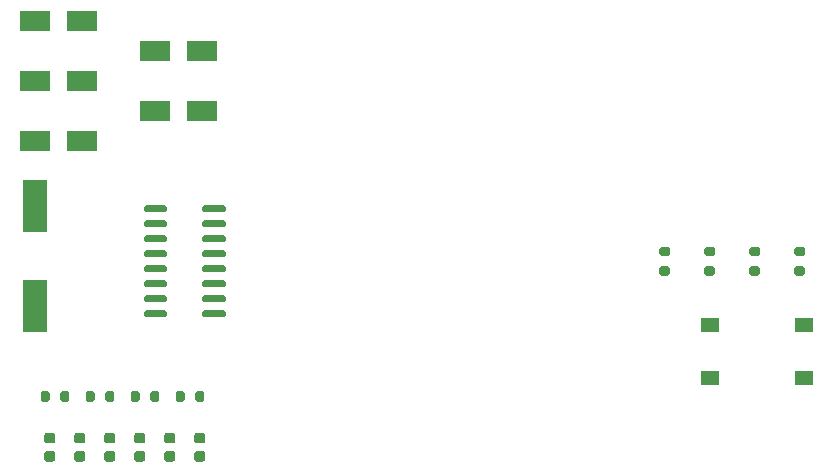
<source format=gbr>
%TF.GenerationSoftware,KiCad,Pcbnew,(5.1.7)-1*%
%TF.CreationDate,2021-06-25T20:26:21+01:00*%
%TF.ProjectId,flowcontrol-v0.1,666c6f77-636f-46e7-9472-6f6c2d76302e,rev?*%
%TF.SameCoordinates,Original*%
%TF.FileFunction,Paste,Top*%
%TF.FilePolarity,Positive*%
%FSLAX46Y46*%
G04 Gerber Fmt 4.6, Leading zero omitted, Abs format (unit mm)*
G04 Created by KiCad (PCBNEW (5.1.7)-1) date 2021-06-25 20:26:21*
%MOMM*%
%LPD*%
G01*
G04 APERTURE LIST*
%ADD10R,2.500000X1.800000*%
%ADD11R,2.000000X4.500000*%
%ADD12R,1.550000X1.300000*%
G04 APERTURE END LIST*
%TO.C,C1*%
G36*
G01*
X104390000Y-114750000D02*
X103890000Y-114750000D01*
G75*
G02*
X103665000Y-114525000I0J225000D01*
G01*
X103665000Y-114075000D01*
G75*
G02*
X103890000Y-113850000I225000J0D01*
G01*
X104390000Y-113850000D01*
G75*
G02*
X104615000Y-114075000I0J-225000D01*
G01*
X104615000Y-114525000D01*
G75*
G02*
X104390000Y-114750000I-225000J0D01*
G01*
G37*
G36*
G01*
X104390000Y-113200000D02*
X103890000Y-113200000D01*
G75*
G02*
X103665000Y-112975000I0J225000D01*
G01*
X103665000Y-112525000D01*
G75*
G02*
X103890000Y-112300000I225000J0D01*
G01*
X104390000Y-112300000D01*
G75*
G02*
X104615000Y-112525000I0J-225000D01*
G01*
X104615000Y-112975000D01*
G75*
G02*
X104390000Y-113200000I-225000J0D01*
G01*
G37*
%TD*%
%TO.C,C2*%
G36*
G01*
X106930000Y-113200000D02*
X106430000Y-113200000D01*
G75*
G02*
X106205000Y-112975000I0J225000D01*
G01*
X106205000Y-112525000D01*
G75*
G02*
X106430000Y-112300000I225000J0D01*
G01*
X106930000Y-112300000D01*
G75*
G02*
X107155000Y-112525000I0J-225000D01*
G01*
X107155000Y-112975000D01*
G75*
G02*
X106930000Y-113200000I-225000J0D01*
G01*
G37*
G36*
G01*
X106930000Y-114750000D02*
X106430000Y-114750000D01*
G75*
G02*
X106205000Y-114525000I0J225000D01*
G01*
X106205000Y-114075000D01*
G75*
G02*
X106430000Y-113850000I225000J0D01*
G01*
X106930000Y-113850000D01*
G75*
G02*
X107155000Y-114075000I0J-225000D01*
G01*
X107155000Y-114525000D01*
G75*
G02*
X106930000Y-114750000I-225000J0D01*
G01*
G37*
%TD*%
%TO.C,C3*%
G36*
G01*
X109470000Y-114750000D02*
X108970000Y-114750000D01*
G75*
G02*
X108745000Y-114525000I0J225000D01*
G01*
X108745000Y-114075000D01*
G75*
G02*
X108970000Y-113850000I225000J0D01*
G01*
X109470000Y-113850000D01*
G75*
G02*
X109695000Y-114075000I0J-225000D01*
G01*
X109695000Y-114525000D01*
G75*
G02*
X109470000Y-114750000I-225000J0D01*
G01*
G37*
G36*
G01*
X109470000Y-113200000D02*
X108970000Y-113200000D01*
G75*
G02*
X108745000Y-112975000I0J225000D01*
G01*
X108745000Y-112525000D01*
G75*
G02*
X108970000Y-112300000I225000J0D01*
G01*
X109470000Y-112300000D01*
G75*
G02*
X109695000Y-112525000I0J-225000D01*
G01*
X109695000Y-112975000D01*
G75*
G02*
X109470000Y-113200000I-225000J0D01*
G01*
G37*
%TD*%
%TO.C,C4*%
G36*
G01*
X112010000Y-114750000D02*
X111510000Y-114750000D01*
G75*
G02*
X111285000Y-114525000I0J225000D01*
G01*
X111285000Y-114075000D01*
G75*
G02*
X111510000Y-113850000I225000J0D01*
G01*
X112010000Y-113850000D01*
G75*
G02*
X112235000Y-114075000I0J-225000D01*
G01*
X112235000Y-114525000D01*
G75*
G02*
X112010000Y-114750000I-225000J0D01*
G01*
G37*
G36*
G01*
X112010000Y-113200000D02*
X111510000Y-113200000D01*
G75*
G02*
X111285000Y-112975000I0J225000D01*
G01*
X111285000Y-112525000D01*
G75*
G02*
X111510000Y-112300000I225000J0D01*
G01*
X112010000Y-112300000D01*
G75*
G02*
X112235000Y-112525000I0J-225000D01*
G01*
X112235000Y-112975000D01*
G75*
G02*
X112010000Y-113200000I-225000J0D01*
G01*
G37*
%TD*%
%TO.C,C5*%
G36*
G01*
X114550000Y-113200000D02*
X114050000Y-113200000D01*
G75*
G02*
X113825000Y-112975000I0J225000D01*
G01*
X113825000Y-112525000D01*
G75*
G02*
X114050000Y-112300000I225000J0D01*
G01*
X114550000Y-112300000D01*
G75*
G02*
X114775000Y-112525000I0J-225000D01*
G01*
X114775000Y-112975000D01*
G75*
G02*
X114550000Y-113200000I-225000J0D01*
G01*
G37*
G36*
G01*
X114550000Y-114750000D02*
X114050000Y-114750000D01*
G75*
G02*
X113825000Y-114525000I0J225000D01*
G01*
X113825000Y-114075000D01*
G75*
G02*
X114050000Y-113850000I225000J0D01*
G01*
X114550000Y-113850000D01*
G75*
G02*
X114775000Y-114075000I0J-225000D01*
G01*
X114775000Y-114525000D01*
G75*
G02*
X114550000Y-114750000I-225000J0D01*
G01*
G37*
%TD*%
%TO.C,C6*%
G36*
G01*
X117090000Y-114750000D02*
X116590000Y-114750000D01*
G75*
G02*
X116365000Y-114525000I0J225000D01*
G01*
X116365000Y-114075000D01*
G75*
G02*
X116590000Y-113850000I225000J0D01*
G01*
X117090000Y-113850000D01*
G75*
G02*
X117315000Y-114075000I0J-225000D01*
G01*
X117315000Y-114525000D01*
G75*
G02*
X117090000Y-114750000I-225000J0D01*
G01*
G37*
G36*
G01*
X117090000Y-113200000D02*
X116590000Y-113200000D01*
G75*
G02*
X116365000Y-112975000I0J225000D01*
G01*
X116365000Y-112525000D01*
G75*
G02*
X116590000Y-112300000I225000J0D01*
G01*
X117090000Y-112300000D01*
G75*
G02*
X117315000Y-112525000I0J-225000D01*
G01*
X117315000Y-112975000D01*
G75*
G02*
X117090000Y-113200000I-225000J0D01*
G01*
G37*
%TD*%
D10*
%TO.C,D1*%
X102870000Y-77470000D03*
X106870000Y-77470000D03*
%TD*%
%TO.C,D2*%
X106870000Y-82550000D03*
X102870000Y-82550000D03*
%TD*%
%TO.C,D3*%
X102870000Y-87630000D03*
X106870000Y-87630000D03*
%TD*%
%TO.C,D4*%
X117030000Y-80010000D03*
X113030000Y-80010000D03*
%TD*%
%TO.C,D5*%
X113030000Y-85090000D03*
X117030000Y-85090000D03*
%TD*%
%TO.C,R1*%
G36*
G01*
X155935000Y-96565000D02*
X156485000Y-96565000D01*
G75*
G02*
X156685000Y-96765000I0J-200000D01*
G01*
X156685000Y-97165000D01*
G75*
G02*
X156485000Y-97365000I-200000J0D01*
G01*
X155935000Y-97365000D01*
G75*
G02*
X155735000Y-97165000I0J200000D01*
G01*
X155735000Y-96765000D01*
G75*
G02*
X155935000Y-96565000I200000J0D01*
G01*
G37*
G36*
G01*
X155935000Y-98215000D02*
X156485000Y-98215000D01*
G75*
G02*
X156685000Y-98415000I0J-200000D01*
G01*
X156685000Y-98815000D01*
G75*
G02*
X156485000Y-99015000I-200000J0D01*
G01*
X155935000Y-99015000D01*
G75*
G02*
X155735000Y-98815000I0J200000D01*
G01*
X155735000Y-98415000D01*
G75*
G02*
X155935000Y-98215000I200000J0D01*
G01*
G37*
%TD*%
%TO.C,R2*%
G36*
G01*
X159745000Y-98215000D02*
X160295000Y-98215000D01*
G75*
G02*
X160495000Y-98415000I0J-200000D01*
G01*
X160495000Y-98815000D01*
G75*
G02*
X160295000Y-99015000I-200000J0D01*
G01*
X159745000Y-99015000D01*
G75*
G02*
X159545000Y-98815000I0J200000D01*
G01*
X159545000Y-98415000D01*
G75*
G02*
X159745000Y-98215000I200000J0D01*
G01*
G37*
G36*
G01*
X159745000Y-96565000D02*
X160295000Y-96565000D01*
G75*
G02*
X160495000Y-96765000I0J-200000D01*
G01*
X160495000Y-97165000D01*
G75*
G02*
X160295000Y-97365000I-200000J0D01*
G01*
X159745000Y-97365000D01*
G75*
G02*
X159545000Y-97165000I0J200000D01*
G01*
X159545000Y-96765000D01*
G75*
G02*
X159745000Y-96565000I200000J0D01*
G01*
G37*
%TD*%
%TO.C,R3*%
G36*
G01*
X163555000Y-96565000D02*
X164105000Y-96565000D01*
G75*
G02*
X164305000Y-96765000I0J-200000D01*
G01*
X164305000Y-97165000D01*
G75*
G02*
X164105000Y-97365000I-200000J0D01*
G01*
X163555000Y-97365000D01*
G75*
G02*
X163355000Y-97165000I0J200000D01*
G01*
X163355000Y-96765000D01*
G75*
G02*
X163555000Y-96565000I200000J0D01*
G01*
G37*
G36*
G01*
X163555000Y-98215000D02*
X164105000Y-98215000D01*
G75*
G02*
X164305000Y-98415000I0J-200000D01*
G01*
X164305000Y-98815000D01*
G75*
G02*
X164105000Y-99015000I-200000J0D01*
G01*
X163555000Y-99015000D01*
G75*
G02*
X163355000Y-98815000I0J200000D01*
G01*
X163355000Y-98415000D01*
G75*
G02*
X163555000Y-98215000I200000J0D01*
G01*
G37*
%TD*%
%TO.C,R4*%
G36*
G01*
X167365000Y-98215000D02*
X167915000Y-98215000D01*
G75*
G02*
X168115000Y-98415000I0J-200000D01*
G01*
X168115000Y-98815000D01*
G75*
G02*
X167915000Y-99015000I-200000J0D01*
G01*
X167365000Y-99015000D01*
G75*
G02*
X167165000Y-98815000I0J200000D01*
G01*
X167165000Y-98415000D01*
G75*
G02*
X167365000Y-98215000I200000J0D01*
G01*
G37*
G36*
G01*
X167365000Y-96565000D02*
X167915000Y-96565000D01*
G75*
G02*
X168115000Y-96765000I0J-200000D01*
G01*
X168115000Y-97165000D01*
G75*
G02*
X167915000Y-97365000I-200000J0D01*
G01*
X167365000Y-97365000D01*
G75*
G02*
X167165000Y-97165000I0J200000D01*
G01*
X167165000Y-96765000D01*
G75*
G02*
X167365000Y-96565000I200000J0D01*
G01*
G37*
%TD*%
%TO.C,R5*%
G36*
G01*
X105010000Y-109495000D02*
X105010000Y-108945000D01*
G75*
G02*
X105210000Y-108745000I200000J0D01*
G01*
X105610000Y-108745000D01*
G75*
G02*
X105810000Y-108945000I0J-200000D01*
G01*
X105810000Y-109495000D01*
G75*
G02*
X105610000Y-109695000I-200000J0D01*
G01*
X105210000Y-109695000D01*
G75*
G02*
X105010000Y-109495000I0J200000D01*
G01*
G37*
G36*
G01*
X103360000Y-109495000D02*
X103360000Y-108945000D01*
G75*
G02*
X103560000Y-108745000I200000J0D01*
G01*
X103960000Y-108745000D01*
G75*
G02*
X104160000Y-108945000I0J-200000D01*
G01*
X104160000Y-109495000D01*
G75*
G02*
X103960000Y-109695000I-200000J0D01*
G01*
X103560000Y-109695000D01*
G75*
G02*
X103360000Y-109495000I0J200000D01*
G01*
G37*
%TD*%
%TO.C,R6*%
G36*
G01*
X107170000Y-109495000D02*
X107170000Y-108945000D01*
G75*
G02*
X107370000Y-108745000I200000J0D01*
G01*
X107770000Y-108745000D01*
G75*
G02*
X107970000Y-108945000I0J-200000D01*
G01*
X107970000Y-109495000D01*
G75*
G02*
X107770000Y-109695000I-200000J0D01*
G01*
X107370000Y-109695000D01*
G75*
G02*
X107170000Y-109495000I0J200000D01*
G01*
G37*
G36*
G01*
X108820000Y-109495000D02*
X108820000Y-108945000D01*
G75*
G02*
X109020000Y-108745000I200000J0D01*
G01*
X109420000Y-108745000D01*
G75*
G02*
X109620000Y-108945000I0J-200000D01*
G01*
X109620000Y-109495000D01*
G75*
G02*
X109420000Y-109695000I-200000J0D01*
G01*
X109020000Y-109695000D01*
G75*
G02*
X108820000Y-109495000I0J200000D01*
G01*
G37*
%TD*%
%TO.C,R7*%
G36*
G01*
X112630000Y-109495000D02*
X112630000Y-108945000D01*
G75*
G02*
X112830000Y-108745000I200000J0D01*
G01*
X113230000Y-108745000D01*
G75*
G02*
X113430000Y-108945000I0J-200000D01*
G01*
X113430000Y-109495000D01*
G75*
G02*
X113230000Y-109695000I-200000J0D01*
G01*
X112830000Y-109695000D01*
G75*
G02*
X112630000Y-109495000I0J200000D01*
G01*
G37*
G36*
G01*
X110980000Y-109495000D02*
X110980000Y-108945000D01*
G75*
G02*
X111180000Y-108745000I200000J0D01*
G01*
X111580000Y-108745000D01*
G75*
G02*
X111780000Y-108945000I0J-200000D01*
G01*
X111780000Y-109495000D01*
G75*
G02*
X111580000Y-109695000I-200000J0D01*
G01*
X111180000Y-109695000D01*
G75*
G02*
X110980000Y-109495000I0J200000D01*
G01*
G37*
%TD*%
%TO.C,R8*%
G36*
G01*
X114790000Y-109495000D02*
X114790000Y-108945000D01*
G75*
G02*
X114990000Y-108745000I200000J0D01*
G01*
X115390000Y-108745000D01*
G75*
G02*
X115590000Y-108945000I0J-200000D01*
G01*
X115590000Y-109495000D01*
G75*
G02*
X115390000Y-109695000I-200000J0D01*
G01*
X114990000Y-109695000D01*
G75*
G02*
X114790000Y-109495000I0J200000D01*
G01*
G37*
G36*
G01*
X116440000Y-109495000D02*
X116440000Y-108945000D01*
G75*
G02*
X116640000Y-108745000I200000J0D01*
G01*
X117040000Y-108745000D01*
G75*
G02*
X117240000Y-108945000I0J-200000D01*
G01*
X117240000Y-109495000D01*
G75*
G02*
X117040000Y-109695000I-200000J0D01*
G01*
X116640000Y-109695000D01*
G75*
G02*
X116440000Y-109495000I0J200000D01*
G01*
G37*
%TD*%
%TO.C,U2*%
G36*
G01*
X112120000Y-93495000D02*
X112120000Y-93195000D01*
G75*
G02*
X112270000Y-93045000I150000J0D01*
G01*
X113920000Y-93045000D01*
G75*
G02*
X114070000Y-93195000I0J-150000D01*
G01*
X114070000Y-93495000D01*
G75*
G02*
X113920000Y-93645000I-150000J0D01*
G01*
X112270000Y-93645000D01*
G75*
G02*
X112120000Y-93495000I0J150000D01*
G01*
G37*
G36*
G01*
X112120000Y-94765000D02*
X112120000Y-94465000D01*
G75*
G02*
X112270000Y-94315000I150000J0D01*
G01*
X113920000Y-94315000D01*
G75*
G02*
X114070000Y-94465000I0J-150000D01*
G01*
X114070000Y-94765000D01*
G75*
G02*
X113920000Y-94915000I-150000J0D01*
G01*
X112270000Y-94915000D01*
G75*
G02*
X112120000Y-94765000I0J150000D01*
G01*
G37*
G36*
G01*
X112120000Y-96035000D02*
X112120000Y-95735000D01*
G75*
G02*
X112270000Y-95585000I150000J0D01*
G01*
X113920000Y-95585000D01*
G75*
G02*
X114070000Y-95735000I0J-150000D01*
G01*
X114070000Y-96035000D01*
G75*
G02*
X113920000Y-96185000I-150000J0D01*
G01*
X112270000Y-96185000D01*
G75*
G02*
X112120000Y-96035000I0J150000D01*
G01*
G37*
G36*
G01*
X112120000Y-97305000D02*
X112120000Y-97005000D01*
G75*
G02*
X112270000Y-96855000I150000J0D01*
G01*
X113920000Y-96855000D01*
G75*
G02*
X114070000Y-97005000I0J-150000D01*
G01*
X114070000Y-97305000D01*
G75*
G02*
X113920000Y-97455000I-150000J0D01*
G01*
X112270000Y-97455000D01*
G75*
G02*
X112120000Y-97305000I0J150000D01*
G01*
G37*
G36*
G01*
X112120000Y-98575000D02*
X112120000Y-98275000D01*
G75*
G02*
X112270000Y-98125000I150000J0D01*
G01*
X113920000Y-98125000D01*
G75*
G02*
X114070000Y-98275000I0J-150000D01*
G01*
X114070000Y-98575000D01*
G75*
G02*
X113920000Y-98725000I-150000J0D01*
G01*
X112270000Y-98725000D01*
G75*
G02*
X112120000Y-98575000I0J150000D01*
G01*
G37*
G36*
G01*
X112120000Y-99845000D02*
X112120000Y-99545000D01*
G75*
G02*
X112270000Y-99395000I150000J0D01*
G01*
X113920000Y-99395000D01*
G75*
G02*
X114070000Y-99545000I0J-150000D01*
G01*
X114070000Y-99845000D01*
G75*
G02*
X113920000Y-99995000I-150000J0D01*
G01*
X112270000Y-99995000D01*
G75*
G02*
X112120000Y-99845000I0J150000D01*
G01*
G37*
G36*
G01*
X112120000Y-101115000D02*
X112120000Y-100815000D01*
G75*
G02*
X112270000Y-100665000I150000J0D01*
G01*
X113920000Y-100665000D01*
G75*
G02*
X114070000Y-100815000I0J-150000D01*
G01*
X114070000Y-101115000D01*
G75*
G02*
X113920000Y-101265000I-150000J0D01*
G01*
X112270000Y-101265000D01*
G75*
G02*
X112120000Y-101115000I0J150000D01*
G01*
G37*
G36*
G01*
X112120000Y-102385000D02*
X112120000Y-102085000D01*
G75*
G02*
X112270000Y-101935000I150000J0D01*
G01*
X113920000Y-101935000D01*
G75*
G02*
X114070000Y-102085000I0J-150000D01*
G01*
X114070000Y-102385000D01*
G75*
G02*
X113920000Y-102535000I-150000J0D01*
G01*
X112270000Y-102535000D01*
G75*
G02*
X112120000Y-102385000I0J150000D01*
G01*
G37*
G36*
G01*
X117070000Y-102385000D02*
X117070000Y-102085000D01*
G75*
G02*
X117220000Y-101935000I150000J0D01*
G01*
X118870000Y-101935000D01*
G75*
G02*
X119020000Y-102085000I0J-150000D01*
G01*
X119020000Y-102385000D01*
G75*
G02*
X118870000Y-102535000I-150000J0D01*
G01*
X117220000Y-102535000D01*
G75*
G02*
X117070000Y-102385000I0J150000D01*
G01*
G37*
G36*
G01*
X117070000Y-101115000D02*
X117070000Y-100815000D01*
G75*
G02*
X117220000Y-100665000I150000J0D01*
G01*
X118870000Y-100665000D01*
G75*
G02*
X119020000Y-100815000I0J-150000D01*
G01*
X119020000Y-101115000D01*
G75*
G02*
X118870000Y-101265000I-150000J0D01*
G01*
X117220000Y-101265000D01*
G75*
G02*
X117070000Y-101115000I0J150000D01*
G01*
G37*
G36*
G01*
X117070000Y-99845000D02*
X117070000Y-99545000D01*
G75*
G02*
X117220000Y-99395000I150000J0D01*
G01*
X118870000Y-99395000D01*
G75*
G02*
X119020000Y-99545000I0J-150000D01*
G01*
X119020000Y-99845000D01*
G75*
G02*
X118870000Y-99995000I-150000J0D01*
G01*
X117220000Y-99995000D01*
G75*
G02*
X117070000Y-99845000I0J150000D01*
G01*
G37*
G36*
G01*
X117070000Y-98575000D02*
X117070000Y-98275000D01*
G75*
G02*
X117220000Y-98125000I150000J0D01*
G01*
X118870000Y-98125000D01*
G75*
G02*
X119020000Y-98275000I0J-150000D01*
G01*
X119020000Y-98575000D01*
G75*
G02*
X118870000Y-98725000I-150000J0D01*
G01*
X117220000Y-98725000D01*
G75*
G02*
X117070000Y-98575000I0J150000D01*
G01*
G37*
G36*
G01*
X117070000Y-97305000D02*
X117070000Y-97005000D01*
G75*
G02*
X117220000Y-96855000I150000J0D01*
G01*
X118870000Y-96855000D01*
G75*
G02*
X119020000Y-97005000I0J-150000D01*
G01*
X119020000Y-97305000D01*
G75*
G02*
X118870000Y-97455000I-150000J0D01*
G01*
X117220000Y-97455000D01*
G75*
G02*
X117070000Y-97305000I0J150000D01*
G01*
G37*
G36*
G01*
X117070000Y-96035000D02*
X117070000Y-95735000D01*
G75*
G02*
X117220000Y-95585000I150000J0D01*
G01*
X118870000Y-95585000D01*
G75*
G02*
X119020000Y-95735000I0J-150000D01*
G01*
X119020000Y-96035000D01*
G75*
G02*
X118870000Y-96185000I-150000J0D01*
G01*
X117220000Y-96185000D01*
G75*
G02*
X117070000Y-96035000I0J150000D01*
G01*
G37*
G36*
G01*
X117070000Y-94765000D02*
X117070000Y-94465000D01*
G75*
G02*
X117220000Y-94315000I150000J0D01*
G01*
X118870000Y-94315000D01*
G75*
G02*
X119020000Y-94465000I0J-150000D01*
G01*
X119020000Y-94765000D01*
G75*
G02*
X118870000Y-94915000I-150000J0D01*
G01*
X117220000Y-94915000D01*
G75*
G02*
X117070000Y-94765000I0J150000D01*
G01*
G37*
G36*
G01*
X117070000Y-93495000D02*
X117070000Y-93195000D01*
G75*
G02*
X117220000Y-93045000I150000J0D01*
G01*
X118870000Y-93045000D01*
G75*
G02*
X119020000Y-93195000I0J-150000D01*
G01*
X119020000Y-93495000D01*
G75*
G02*
X118870000Y-93645000I-150000J0D01*
G01*
X117220000Y-93645000D01*
G75*
G02*
X117070000Y-93495000I0J150000D01*
G01*
G37*
%TD*%
D11*
%TO.C,Y1*%
X102870000Y-101600000D03*
X102870000Y-93100000D03*
%TD*%
D12*
%TO.C,SW1*%
X167970000Y-107660000D03*
X167970000Y-103160000D03*
X160020000Y-103160000D03*
X160020000Y-107660000D03*
%TD*%
M02*

</source>
